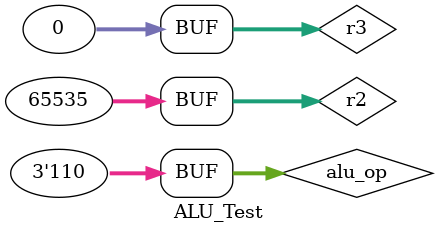
<source format=v>
`timescale 1ns / 1ps


module ALU_Test;

	// Inputs
	reg [2:0] alu_op;
	reg [31:0] r2;
	reg [31:0] r3;

	// Outputs
	wire [31:0] r1;

	// Instantiate the Unit Under Test (UUT)
	ALU uut (
		.alu_op(alu_op), 
		.r2(r2), 
		.r3(r3), 
		.r1(r1)
	);

	initial begin
		// Initialize Inputs
		alu_op = 0;
		r2 = 0;
		r3 = 0;

		// Wait 100 ns for global reset to finish
		#10
		alu_op=3'b000;
		r2 = 32'hffffffff;
		
		#10
		alu_op=3'b001; 
		r2 = 32'hffffffff;
		
		#10
		alu_op=3'b010; 
		r2 = 32'h0000ffff;
		r3 = 32'hffff0000;
		
		#10
		alu_op=3'b011;
		r2 = 32'h0000ffff;
		r3 = 32'hffff0000;
		
		#10
		alu_op=3'b100;
		r2 = 32'hff00ff00;
		r3 = 32'h00ff00ff;
		
		#10
		alu_op=3'b101;
		r2 = 32'hff00ff00;
		r3 = 32'h00ff00ff;
		
		#10
		alu_op=3'b110;
      r2 = 32'h0000FFFF;
		r3 = 32'h00000000;
		
		// Add stimulus here

	end
      
endmodule


</source>
